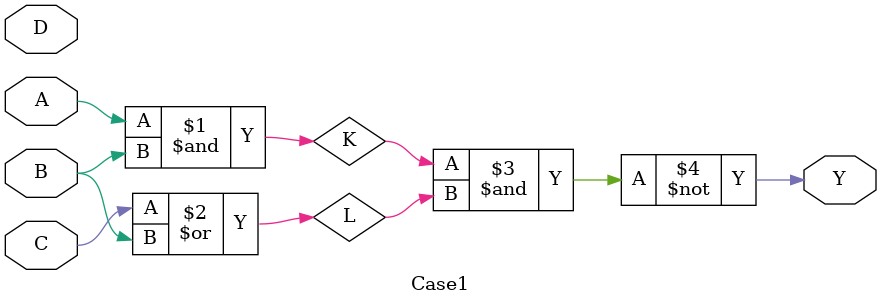
<source format=v>
`timescale 1ns / 1ps
module Case1(
input A, B, C, D,
output Y);
wire K, L;

assign K = A & B;
assign L = C | B;
assign Y = ~(K & L);

endmodule

</source>
